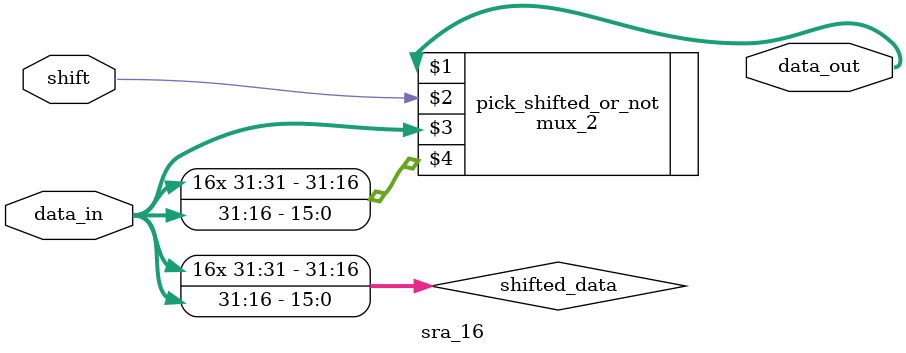
<source format=v>
module sra_16(data_out, data_in, shift);
    input [31:0] data_in;
    input shift;

    output [31:0] data_out;

    wire [31:0] shifted_data;

    assign shifted_data[31:16] = {data_in[31], data_in[31], data_in[31], data_in[31], data_in[31], data_in[31], data_in[31], data_in[31], 
                                    data_in[31], data_in[31], data_in[31], data_in[31], data_in[31], data_in[31], data_in[31], data_in[31]};
    assign shifted_data[15:0] = data_in[31:16];

    mux_2 pick_shifted_or_not(data_out, shift, data_in, shifted_data);

endmodule
</source>
